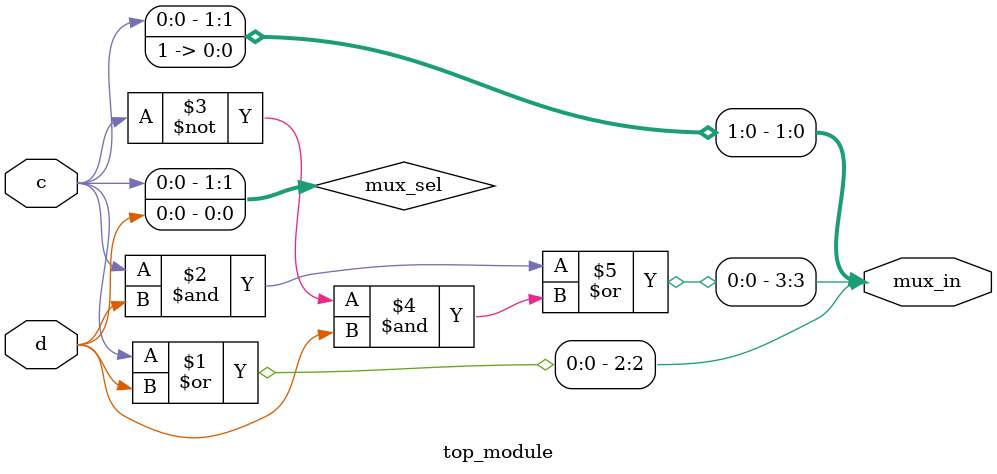
<source format=sv>
module top_module (
    input c,
    input d,
    output [3:0] mux_in
);

    wire [1:0] mux_sel;
    assign mux_sel = {c, d};

    assign mux_in[0] = 1'b1;
    assign mux_in[1] = c;
    assign mux_in[2] = c | d;
    assign mux_in[3] = (c & d) | (~c & d);

endmodule

</source>
